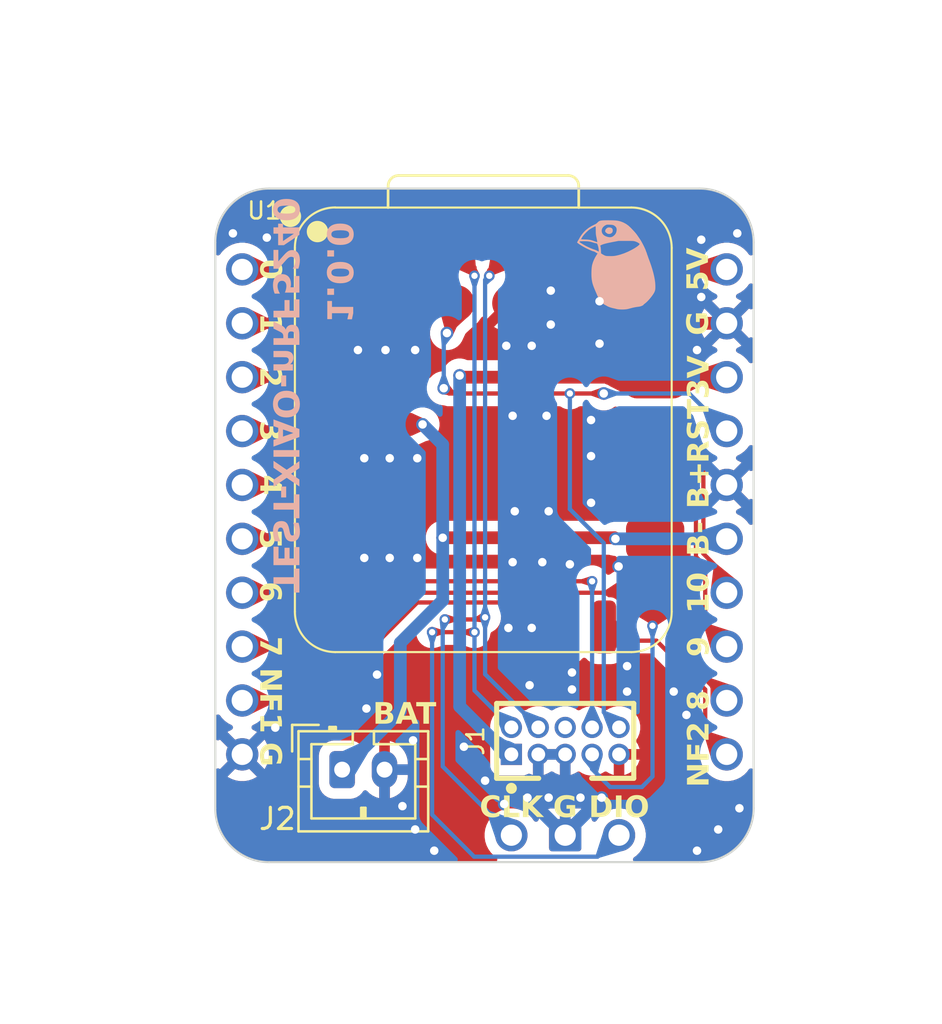
<source format=kicad_pcb>
(kicad_pcb (version 20241229) (generator "pcbnew") (generator_version "9.0")
  (title_block (title "TEST-XIAO-nRF5240") (rev "1.0.0"))
  (layers (0 "F.Cu" signal) (2 "B.Cu" signal) (13 "F.Paste" user) (15 "B.Paste" user) (5 "F.SilkS" user "F.Silkscreen") (7 "B.SilkS" user "B.Silkscreen") (1 "F.Mask" user) (3 "B.Mask" user) (25 "Edge.Cuts" user))
  (net 0 "")
  (net 1 "GND")
  (net 2 "/SWDIO")
  (net 3 "/SWCLK")
  (net 4 "/D4")
  (net 5 "/D3")
  (net 6 "/D0")
  (net 7 "/D2")
  (net 8 "/NFC1")
  (net 9 "/D6")
  (net 10 "/D5")
  (net 11 "/D1")
  (net 12 "/D7")
  (net 13 "/BAT+")
  (net 14 "/NFC2")
  (net 15 "+3V3")
  (net 16 "/D8")
  (net 17 "/D9")
  (net 18 "/D10")
  (net 19 "+5V")
  (net 21 "/RESET")
  (footprint "74th:PinOut_Pin_10" (layer "F.Cu") (at 66.04 38.1 -90)
    (property "Reference" "CH2" (hide yes))
    (property "Value" "Pin_10" (hide yes))
    (pad "1" thru_hole circle (at 0 0 270) (size 1.524 1.524) (drill 1) (layers "*.Cu" "*.Mask") (net 6 "/D0"))
    (pad "2" thru_hole circle (at 2.54 0 270) (size 1.524 1.524) (drill 1) (layers "*.Cu" "*.Mask") (net 11 "/D1"))
    (pad "3" thru_hole circle (at 5.08 0 270) (size 1.524 1.524) (drill 1) (layers "*.Cu" "*.Mask") (net 7 "/D2"))
    (pad "4" thru_hole circle (at 7.62 0 270) (size 1.524 1.524) (drill 1) (layers "*.Cu" "*.Mask") (net 5 "/D3"))
    (pad "5" thru_hole circle (at 10.16 0 270) (size 1.524 1.524) (drill 1) (layers "*.Cu" "*.Mask") (net 4 "/D4"))
    (pad "6" thru_hole circle (at 12.7 0 270) (size 1.524 1.524) (drill 1) (layers "*.Cu" "*.Mask") (net 10 "/D5"))
    (pad "7" thru_hole circle (at 15.24 0 180) (size 1.524 1.524) (drill 1) (layers "*.Cu" "*.Mask") (net 9 "/D6"))
    (pad "8" thru_hole circle (at 17.78 0 270) (size 1.524 1.524) (drill 1) (layers "*.Cu" "*.Mask") (net 12 "/D7"))
    (pad "9" thru_hole circle (at 20.32 0 270) (size 1.524 1.524) (drill 1) (layers "*.Cu" "*.Mask") (net 8 "/NFC1"))
    (pad "10" thru_hole circle (at 22.86 0 270) (size 1.524 1.524) (drill 1) (layers "*.Cu" "*.Mask") (net 1 "GND"))
  )
  (footprint "Seeed Studio XIAO:XIAO-nRF52840-SMD" (layer "F.Cu") (at 77.47 45.72)
    (property "Reference" "U1" (at -11.27 -9.92 0) (layer "F.SilkS") (effects (font (size 0.8 0.8) (thickness 0.12)) (justify left bottom)))
    (property "Value" "XIAO-nRF52840-SMD")
    (fp_line (start -8.945 8.513) (end -8.945 -8.632) (stroke (width 0.1)) (layer "F.SilkS"))
    (fp_line (start -7.04 10.418) (end 6.93 10.418) (stroke (width 0.1)) (layer "F.SilkS"))
    (fp_line (start -4.55 -10.537) (end -4.546272 -11.547272) (stroke (width 0.127)) (layer "F.SilkS"))
    (fp_line (start -4.046272 -12.047) (end 3.949 -12.047) (stroke (width 0.127)) (layer "F.SilkS"))
    (fp_line (start 4.449 -11.547) (end 4.449 -10.537) (stroke (width 0.127)) (layer "F.SilkS"))
    (fp_line (start 6.93 -10.537) (end -7.04 -10.537) (stroke (width 0.1)) (layer "F.SilkS"))
    (fp_line (start 8.835 8.513) (end 8.835 -8.632) (stroke (width 0.1)) (layer "F.SilkS"))
    (fp_arc (start -8.945 -8.636) (mid -8.387038 -9.983038) (end -7.04 -10.541) (stroke (width 0.1)) (layer "F.SilkS"))
    (fp_arc (start -7.04 10.418) (mid -8.387038 9.860038) (end -8.945 8.513) (stroke (width 0.1)) (layer "F.SilkS"))
    (fp_arc (start -4.546272 -11.547272) (mid -4.399724 -11.900644) (end -4.046272 -12.047) (stroke (width 0.127)) (layer "F.SilkS"))
    (fp_arc (start 3.949 -12.047) (mid 4.302524 -11.900524) (end 4.449 -11.547) (stroke (width 0.127)) (layer "F.SilkS"))
    (fp_arc (start 6.93 -10.537) (mid 8.277024 -9.979024) (end 8.835 -8.632) (stroke (width 0.1)) (layer "F.SilkS"))
    (fp_arc (start 8.835 8.513) (mid 8.277038 9.860038) (end 6.93 10.418) (stroke (width 0.1)) (layer "F.SilkS"))
    (fp_circle (center -9.155 -10.121) (end -9.155 -10.375) (stroke (width 0.5)) (fill yes) (layer "F.SilkS"))
    (fp_circle (center -7.881 -9.404) (end -7.881 -9.658) (stroke (width 0.5)) (fill yes) (layer "F.SilkS"))
    (pad "1" smd roundrect (at -8.11 -7.62) (size 2.75 2) (layers "F.Cu" "F.Mask" "F.Paste") (net 6 "/D0"))
    (pad "2" smd roundrect (at -8.11 -5.08) (size 2.75 2) (layers "F.Cu" "F.Mask" "F.Paste") (net 11 "/D1"))
    (pad "3" smd roundrect (at -8.11 -2.54) (size 2.75 2) (layers "F.Cu" "F.Mask" "F.Paste") (net 7 "/D2"))
    (pad "4" smd roundrect (at -8.11 0) (size 2.75 2) (layers "F.Cu" "F.Mask" "F.Paste") (net 5 "/D3"))
    (pad "5" smd roundrect (at -8.11 2.54) (size 2.75 2) (layers "F.Cu" "F.Mask" "F.Paste") (net 4 "/D4"))
    (pad "6" smd roundrect (at -8.11 5.08) (size 2.75 2) (layers "F.Cu" "F.Mask" "F.Paste") (net 10 "/D5"))
    (pad "7" smd roundrect (at -8.11 7.62) (size 2.75 2) (layers "F.Cu" "F.Mask" "F.Paste") (net 9 "/D6"))
    (pad "8" smd roundrect (at 8.055 7.62) (size 2.75 2) (layers "F.Cu" "F.Mask" "F.Paste") (net 12 "/D7"))
    (pad "9" smd roundrect (at 8.055 5.08) (size 2.75 2) (layers "F.Cu" "F.Mask" "F.Paste") (net 16 "/D8"))
    (pad "10" smd roundrect (at 8.055 2.54) (size 2.75 2) (layers "F.Cu" "F.Mask" "F.Paste") (net 17 "/D9"))
    (pad "11" smd roundrect (at 8.055 0) (size 2.75 2) (layers "F.Cu" "F.Mask" "F.Paste") (net 18 "/D10"))
    (pad "12" smd roundrect (at 8.055 -2.54) (size 2.75 2) (layers "F.Cu" "F.Mask" "F.Paste") (net 15 "+3V3"))
    (pad "13" smd roundrect (at 8.055 -5.08) (size 2.75 2) (layers "F.Cu" "F.Mask" "F.Paste") (net 1 "GND"))
    (pad "14" smd roundrect (at 8.055 -7.62) (size 2.75 2) (layers "F.Cu" "F.Mask" "F.Paste") (net 19 "+5V"))
    (pad "15" smd roundrect (at -4.5 -0.3135 180) (size 2.5 1.1) (layers "F.Cu" "F.Mask" "F.Paste") (net 13 "/BAT+"))
    (pad "16" smd roundrect (at -4.5 -2.2185 180) (size 2.5 1.1) (layers "F.Cu" "F.Mask" "F.Paste") (net 1 "GND"))
    (pad "17" smd roundrect (at 3.755 9.2369 270) (size 2.5 1.1) (layers "F.Cu" "F.Mask" "F.Paste") (net 8 "/NFC1"))
    (pad "18" smd roundrect (at 5.66 9.2369 270) (size 2.5 1.1) (layers "F.Cu" "F.Mask" "F.Paste") (net 14 "/NFC2"))
    (pad "19" smd circle (at -1.325 -8.5685) (size 1.7 1.7) (layers "F.Cu" "F.Mask" "F.Paste") (net 2 "/SWDIO"))
    (pad "20" smd circle (at 1.215 -8.5685) (size 1.7 1.7) (layers "F.Cu" "F.Mask" "F.Paste") (net 3 "/SWCLK"))
    (pad "21" smd circle (at -1.325 -6.0285) (size 1.7 1.7) (layers "F.Cu" "F.Mask" "F.Paste") (net 21 "/RESET"))
    (pad "22" smd circle (at 1.215 -6.0285) (size 1.7 1.7) (layers "F.Cu" "F.Mask" "F.Paste") (net 1 "GND"))
  )
  (footprint "74th:Connector_HalfPinHeader_SWD" (layer "F.Cu") (at 78.74 60.96 90)
    (property "Reference" "J1" (at 0.635 -1.695 90) (layer "F.SilkS") (effects (font (size 0.8 0.8) (thickness 0.12))))
    (property "Value" "SWD_10Pin_MCU-Side" (hide yes))
    (fp_line (start 2.4 -0.695) (end 2.4 5.775) (stroke (width 0.24)) (layer "F.SilkS"))
    (fp_line (start -1.13 -0.695) (end 2.4 -0.695) (stroke (width 0.24)) (layer "F.SilkS"))
    (fp_line (start -1.13 -0.695) (end -1.13 1.29) (stroke (width 0.24)) (layer "F.SilkS"))
    (fp_line (start -1.13 3.79) (end -1.13 5.775) (stroke (width 0.24)) (layer "F.SilkS"))
    (fp_line (start -1.13 5.775) (end 2.4 5.775) (stroke (width 0.24)) (layer "F.SilkS"))
    (fp_circle (center -1.6 0) (end -1.4 0) (stroke (width 0.12)) (fill yes) (layer "F.SilkS"))
    (pad "1" thru_hole rect (at 0 0 90) (size 1 1) (drill 0.65) (layers "*.Cu" "*.Mask") (net 15 "+3V3"))
    (pad "2" thru_hole oval (at 1.27 0 90) (size 1 1) (drill 0.65) (layers "*.Cu" "*.Mask") (net 2 "/SWDIO"))
    (pad "3" thru_hole oval (at 0 1.27 90) (size 1 1) (drill 0.65) (layers "*.Cu" "*.Mask") (net 1 "GND"))
    (pad "4" thru_hole oval (at 1.27 1.27 90) (size 1 1) (drill 0.65) (layers "*.Cu" "*.Mask") (net 3 "/SWCLK"))
    (pad "5" thru_hole oval (at 0 2.54 90) (size 1 1) (drill 0.65) (layers "*.Cu" "*.Mask") (net 1 "GND"))
    (pad "6" thru_hole oval (at 1.27 2.54 90) (size 1 1) (drill 0.65) (layers "*.Cu" "*.Mask"))
    (pad "7" thru_hole oval (at 0 3.81 90) (size 1 1) (drill 0.65) (layers "*.Cu" "*.Mask") (net 12 "/D7"))
    (pad "8" thru_hole oval (at 1.27 3.81 90) (size 1 1) (drill 0.65) (layers "*.Cu" "*.Mask") (net 9 "/D6"))
    (pad "9" thru_hole oval (at 0 5.08 90) (size 1 1) (drill 0.65) (layers "*.Cu" "*.Mask") (net 1 "GND"))
    (pad "10" thru_hole oval (at 1.27 5.08 90) (size 1 1) (drill 0.65) (layers "*.Cu" "*.Mask") (net 21 "/RESET"))
  )
  (footprint "74th:PinOut_Pin_3_2GND" (layer "F.Cu") (at 78.74 64.77)
    (property "Reference" "CH1" (hide yes))
    (property "Value" "SWD_3Pin" (hide yes))
    (pad "1" thru_hole circle (at 0 0) (size 1.524 1.524) (drill 1) (layers "*.Cu" "*.Mask") (net 3 "/SWCLK"))
    (pad "2" thru_hole roundrect (at 2.54 0) (size 1.524 1.524) (drill 1) (layers "*.Cu" "*.Mask") (roundrect_rratio 0.09842519685) (net 1 "GND"))
    (pad "3" thru_hole circle (at 5.08 0) (size 1.524 1.524) (drill 1) (layers "*.Cu" "*.Mask") (net 2 "/SWDIO"))
  )
  (footprint "74th:PinOut_Pin_10" (layer "F.Cu") (at 88.9 38.1 -90)
    (property "Reference" "CH3" (hide yes))
    (property "Value" "Pin_10" (hide yes))
    (pad "1" thru_hole circle (at 0 0 270) (size 1.524 1.524) (drill 1) (layers "*.Cu" "*.Mask") (net 19 "+5V"))
    (pad "2" thru_hole circle (at 2.54 0 270) (size 1.524 1.524) (drill 1) (layers "*.Cu" "*.Mask") (net 1 "GND"))
    (pad "3" thru_hole circle (at 5.08 0 270) (size 1.524 1.524) (drill 1) (layers "*.Cu" "*.Mask") (net 15 "+3V3"))
    (pad "4" thru_hole circle (at 7.62 0 270) (size 1.524 1.524) (drill 1) (layers "*.Cu" "*.Mask") (net 21 "/RESET"))
    (pad "5" thru_hole circle (at 10.16 0 270) (size 1.524 1.524) (drill 1) (layers "*.Cu" "*.Mask") (net 1 "GND"))
    (pad "6" thru_hole circle (at 12.7 0 270) (size 1.524 1.524) (drill 1) (layers "*.Cu" "*.Mask") (net 13 "/BAT+"))
    (pad "7" thru_hole circle (at 15.24 0 180) (size 1.524 1.524) (drill 1) (layers "*.Cu" "*.Mask") (net 18 "/D10"))
    (pad "8" thru_hole circle (at 17.78 0 270) (size 1.524 1.524) (drill 1) (layers "*.Cu" "*.Mask") (net 17 "/D9"))
    (pad "9" thru_hole circle (at 20.32 0 270) (size 1.524 1.524) (drill 1) (layers "*.Cu" "*.Mask") (net 16 "/D8"))
    (pad "10" thru_hole circle (at 22.86 0 270) (size 1.524 1.524) (drill 1) (layers "*.Cu" "*.Mask") (net 14 "/NFC2"))
  )
  (footprint "Connector_JST:JST_PH_B2B-PH-K_1x02_P2.00mm_Vertical" (layer "F.Cu") (at 70.755 61.68)
    (property "Reference" "J2" (at -3.055 2.32 0) (layer "F.SilkS"))
    (property "Value" "~")
    (fp_line (start -2.36 -2.11) (end -2.36 -0.86) (stroke (width 0.12)) (layer "F.SilkS"))
    (fp_line (start -2.06 -1.81) (end -2.06 2.91) (stroke (width 0.12)) (layer "F.SilkS"))
    (fp_line (start -2.06 -0.5) (end -1.45 -0.5) (stroke (width 0.12)) (layer "F.SilkS"))
    (fp_line (start -2.06 0.8) (end -1.45 0.8) (stroke (width 0.12)) (layer "F.SilkS"))
    (fp_line (start -2.06 2.91) (end 4.06 2.91) (stroke (width 0.12)) (layer "F.SilkS"))
    (fp_line (start -1.45 -1.2) (end -1.45 2.3) (stroke (width 0.12)) (layer "F.SilkS"))
    (fp_line (start -1.45 2.3) (end 3.45 2.3) (stroke (width 0.12)) (layer "F.SilkS"))
    (fp_line (start -1.11 -2.11) (end -2.36 -2.11) (stroke (width 0.12)) (layer "F.SilkS"))
    (fp_line (start -0.6 -2.01) (end -0.6 -1.81) (stroke (width 0.12)) (layer "F.SilkS"))
    (fp_line (start -0.3 -2.01) (end -0.6 -2.01) (stroke (width 0.12)) (layer "F.SilkS"))
    (fp_line (start -0.3 -1.91) (end -0.6 -1.91) (stroke (width 0.12)) (layer "F.SilkS"))
    (fp_line (start -0.3 -1.81) (end -0.3 -2.01) (stroke (width 0.12)) (layer "F.SilkS"))
    (fp_line (start 0.5 -1.81) (end 0.5 -1.2) (stroke (width 0.12)) (layer "F.SilkS"))
    (fp_line (start 0.5 -1.2) (end -1.45 -1.2) (stroke (width 0.12)) (layer "F.SilkS"))
    (fp_line (start 0.9 1.8) (end 1.1 1.8) (stroke (width 0.12)) (layer "F.SilkS"))
    (fp_line (start 0.9 2.3) (end 0.9 1.8) (stroke (width 0.12)) (layer "F.SilkS"))
    (fp_line (start 1 2.3) (end 1 1.8) (stroke (width 0.12)) (layer "F.SilkS"))
    (fp_line (start 1.1 1.8) (end 1.1 2.3) (stroke (width 0.12)) (layer "F.SilkS"))
    (fp_line (start 1.5 -1.2) (end 1.5 -1.81) (stroke (width 0.12)) (layer "F.SilkS"))
    (fp_line (start 3.45 -1.2) (end 1.5 -1.2) (stroke (width 0.12)) (layer "F.SilkS"))
    (fp_line (start 3.45 2.3) (end 3.45 -1.2) (stroke (width 0.12)) (layer "F.SilkS"))
    (fp_line (start 4.06 -1.81) (end -2.06 -1.81) (stroke (width 0.12)) (layer "F.SilkS"))
    (fp_line (start 4.06 -0.5) (end 3.45 -0.5) (stroke (width 0.12)) (layer "F.SilkS"))
    (fp_line (start 4.06 0.8) (end 3.45 0.8) (stroke (width 0.12)) (layer "F.SilkS"))
    (fp_line (start 4.06 2.91) (end 4.06 -1.81) (stroke (width 0.12)) (layer "F.SilkS"))
    (pad "1" thru_hole roundrect (at 0 0) (size 1.2 1.75) (drill 0.75) (layers "*.Cu" "*.Mask") (roundrect_rratio 0.208333) (net 13 "/BAT+"))
    (pad "2" thru_hole oval (at 2 0) (size 1.2 1.75) (drill 0.75) (layers "*.Cu" "*.Mask") (net 1 "GND"))
  )
  (footprint "74th:Logo_74th_5mm" (layer "B.Cu") (at 83.82 38.1 180)
    (property "Reference" "MISC-ICON" (hide yes))
    (property "Value" "LOGO" (hide yes))
    (fp_poly (pts (xy 0.49911 1.977005) (xy 0.52619 1.971811) (xy 0.550101 1.960394) (xy 0.567258 1.948962) (xy 0.609714 1.913867) (xy 0.636212 1.878222) (xy 0.649891 1.837353) (xy 0.652029 1.822803) (xy 0.653972 1.796481) (xy 0.650422 1.778097) (xy 0.63834 1.760632) (xy 0.615095 1.737453) (xy 0.585928 1.712686) (xy 0.556346 1.692187) (xy 0.540838 1.683997) (xy 0.490541 1.67188) (xy 0.436335 1.673253) (xy 0.386727 1.687667) (xy 0.377033 1.69268) (xy 0.334461 1.724102) (xy 0.308549 1.761965) (xy 0.296534 1.810564) (xy 0.295755 1.819115) (xy 0.299127 1.875113) (xy 0.318091 1.919594) (xy 0.352053 1.951986) (xy 0.400418 1.971714) (xy 0.460717 1.978211)) (fill yes) (layer "B.SilkS"))
    (fp_poly (pts (xy 0.649442 2.315535) (xy 0.729812 2.313458) (xy 0.795479 2.309386) (xy 0.84885 2.302763) (xy 0.892332 2.293032) (xy 0.928333 2.279639) (xy 0.959262 2.262025) (xy 0.987524 2.239636) (xy 1.015529 2.211915) (xy 1.018894 2.208303) (xy 1.049811 2.17753) (xy 1.080856 2.153623) (xy 1.118584 2.132145) (xy 1.159781 2.112935) (xy 1.303854 2.040699) (xy 1.43836 1.955894) (xy 1.559736 1.86088) (xy 1.610284 1.814294) (xy 1.666995 1.754955) (xy 1.723999 1.687877) (xy 1.777228 1.618321) (xy 1.822615 1.551548) (xy 1.850744 1.503291) (xy 1.875717 1.457173) (xy 1.902309 1.410196) (xy 1.926331 1.369686) (xy 1.936 1.354251) (xy 1.953726 1.324762) (xy 1.965312 1.30154) (xy 1.968376 1.289388) (xy 1.968255 1.289143) (xy 1.971081 1.279593) (xy 1.975766 1.277057) (xy 1.982166 1.274461) (xy 1.983708 1.270872) (xy 1.978079 1.263957) (xy 1.962966 1.251384) (xy 1.936056 1.230818) (xy 1.911899 1.212627) (xy 1.854593 1.172471) (xy 1.782259 1.12666) (xy 1.697916 1.077023) (xy 1.604583 1.025393) (xy 1.592384 1.018863) (xy 1.557843 1.001158) (xy 1.51428 0.979887) (xy 1.465228 0.956656) (xy 1.414217 0.933069) (xy 1.364781 0.910731) (xy 1.320452 0.891247) (xy 1.28476 0.876222) (xy 1.261239 0.867261) (xy 1.2549 0.865517) (xy 1.2383 0.859756) (xy 1.235135 0.857392) (xy 1.221841 0.854859) (xy 1.215314 0.856526) (xy 1.203354 0.855716) (xy 1.201615 0.851275) (xy 1.194496 0.845005) (xy 1.186961 0.846391) (xy 1.174429 0.845694) (xy 1.172307 0.840623) (xy 1.166604 0.83365) (xy 1.163002 0.834983) (xy 1.150776 0.832684) (xy 1.128988 0.820722) (xy 1.110224 0.80755) (xy 1.081014 0.787569) (xy 1.053695 0.772643) (xy 1.041375 0.767997) (xy 1.02265 0.760638) (xy 1.016 0.753494) (xy 1.021096 0.742238) (xy 1.034735 0.718972) (xy 1.054444 0.687822) (xy 1.064954 0.671849) (xy 1.12825 0.56704) (xy 1.18417 0.455062) (xy 1.230323 0.341445) (xy 1.264319 0.231719) (xy 1.274597 0.187144) (xy 1.286077 0.115195) (xy 1.294738 0.028881) (xy 1.300463 -0.06681) (xy 1.303138 -0.166891) (xy 1.302648 -0.266377) (xy 1.298877 -0.360281) (xy 1.291711 -0.443616) (xy 1.289551 -0.460911) (xy 1.280044 -0.525393) (xy 1.269021 -0.585324) (xy 1.255537 -0.643647) (xy 1.238649 -0.703308) (xy 1.217413 -0.767251) (xy 1.190885 -0.83842) (xy 1.15812 -0.919762) (xy 1.118176 -1.01422) (xy 1.095039 -1.067695) (xy 1.071114 -1.122922) (xy 1.050098 -1.171888) (xy 1.03316 -1.211837) (xy 1.021466 -1.240008) (xy 1.016185 -1.253643) (xy 1.016 -1.254415) (xy 1.010812 -1.264384) (xy 0.997077 -1.286257) (xy 0.977533 -1.315992) (xy 0.954918 -1.349546) (xy 0.931973 -1.382875) (xy 0.911435 -1.411937) (xy 0.896044 -1.432688) (xy 0.891281 -1.438519) (xy 0.881868 -1.451535) (xy 0.882051 -1.455615) (xy 0.878639 -1.461806) (xy 0.864169 -1.478105) (xy 0.841688 -1.501099) (xy 0.839604 -1.503156) (xy 0.815535 -1.527753) (xy 0.798232 -1.547164) (xy 0.791317 -1.557316) (xy 0.791307 -1.557459) (xy 0.785693 -1.568334) (xy 0.771312 -1.588834) (xy 0.759557 -1.604071) (xy 0.717614 -1.642893) (xy 0.669192 -1.670457) (xy 0.628487 -1.690374) (xy 0.586336 -1.713284) (xy 0.562819 -1.727373) (xy 0.521529 -1.749255) (xy 0.466174 -1.772325) (xy 0.401991 -1.794762) (xy 0.334221 -1.814746) (xy 0.268103 -1.830455) (xy 0.263769 -1.831328) (xy 0.214551 -1.841899) (xy 0.160508 -1.85468) (xy 0.120622 -1.864964) (xy 0.055886 -1.877973) (xy -0.02415 -1.886395) (xy -0.115749 -1.890024) (xy -0.215168 -1.888652) (xy -0.26377 -1.886207) (xy -0.321222 -1.881331) (xy -0.375834 -1.873473) (xy -0.434052 -1.861442) (xy -0.502322 -1.844047) (xy -0.523893 -1.838114) (xy -0.63872 -1.808122) (xy -0.742646 -1.785447) (xy -0.8423 -1.768779) (xy -0.924981 -1.758724) (xy -0.990158 -1.748055) (xy -1.051214 -1.728505) (xy -1.081289 -1.7156) (xy -1.114421 -1.700035) (xy -1.138241 -1.688) (xy -1.149249 -1.681303) (xy -1.149131 -1.680514) (xy -1.146076 -1.6751) (xy -1.158529 -1.659984) (xy -1.185575 -1.636044) (xy -1.226296 -1.604159) (xy -1.237582 -1.595733) (xy -1.289495 -1.552568) (xy -1.34796 -1.496067) (xy -1.409909 -1.429899) (xy -1.472272 -1.357735) (xy -1.531981 -1.283243) (xy -1.585967 -1.210095) (xy -1.631161 -1.141958) (xy -1.661115 -1.089269) (xy -1.680524 -1.04823) (xy -1.694985 -1.009292) (xy -1.705078 -0.968658) (xy -1.711382 -0.922532) (xy -1.714475 -0.867119) (xy -1.714938 -0.798622) (xy -1.714042 -0.742461) (xy -1.706149 -0.619284) (xy -1.687758 -0.48164) (xy -1.659296 -0.331261) (xy -1.621192 -0.169879) (xy -1.573872 0.000774) (xy -1.517766 0.178967) (xy -1.453299 0.362969) (xy -1.417571 0.457889) (xy -1.396575 0.513388) (xy -1.378636 0.562705) (xy -1.364747 0.602943) (xy -1.355905 0.631205) (xy -1.353106 0.644593) (xy -1.353251 0.645112) (xy -1.350838 0.654769) (xy -1.347781 0.656291) (xy -1.338992 0.667586) (xy -1.335872 0.681549) (xy -1.331773 0.698661) (xy -1.326843 0.703385) (xy -1.32326 0.710628) (xy -1.325083 0.718039) (xy -1.324796 0.730593) (xy -1.320198 0.732693) (xy -1.313928 0.739811) (xy -1.315314 0.747347) (xy -1.315027 0.759901) (xy -1.310429 0.762) (xy -1.304159 0.769119) (xy -1.305545 0.776654) (xy -1.305257 0.789208) (xy -1.30066 0.791308) (xy -1.29439 0.798427) (xy -1.295775 0.805962) (xy -1.295079 0.818494) (xy -1.290008 0.820616) (xy -1.283203 0.826539) (xy -1.284654 0.830385) (xy -1.284816 0.839428) (xy -1.281974 0.840154) (xy -1.274089 0.848011) (xy -1.273257 0.85382) (xy -1.268637 0.875951) (xy -1.255689 0.912285) (xy -1.235782 0.960062) (xy -1.210287 1.016523) (xy -1.180573 1.078909) (xy -1.148009 1.14446) (xy -1.124391 1.190217) (xy -0.968709 1.190217) (xy -0.954294 1.165904) (xy -0.924511 1.13516) (xy -0.88053 1.098898) (xy -0.82352 1.058032) (xy -0.754652 1.013476) (xy -0.675094 0.966143) (xy -0.615462 0.932825) (xy -0.430996 0.839705) (xy -0.248236 0.762241) (xy -0.069449 0.701341) (xy 0.033493 0.673488) (xy 0.104307 0.656864) (xy 0.16379 0.644697) (xy 0.217499 0.636387) (xy 0.270991 0.631333) (xy 0.329822 0.628935) (xy 0.39955 0.628591) (xy 0.4445 0.629059) (xy 0.50748 0.63018) (xy 0.554702 0.631846) (xy 0.589948 0.634477) (xy 0.616998 0.638491) (xy 0.639634 0.644309) (xy 0.661634 0.65235) (xy 0.664307 0.653441) (xy 0.700826 0.670326) (xy 0.744025 0.692964) (xy 0.782776 0.715394) (xy 0.847514 0.75524) (xy 0.850719 0.838786) (xy 0.957384 0.838786) (xy 1.028211 0.877323) (xy 1.074327 0.899899) (xy 1.1265 0.921701) (xy 1.172307 0.937645) (xy 1.220279 0.95381) (xy 1.280568 0.976999) (xy 1.348234 1.005079) (xy 1.418334 1.035915) (xy 1.485926 1.067376) (xy 1.546068 1.097328) (xy 1.563077 1.106322) (xy 1.615757 1.135358) (xy 1.669582 1.166198) (xy 1.721851 1.197166) (xy 1.769865 1.226584) (xy 1.810924 1.252776) (xy 1.842326 1.274063) (xy 1.861371 1.288768) (xy 1.865923 1.294448) (xy 1.863875 1.306069) (xy 1.856134 1.31476) (xy 1.840303 1.320929) (xy 1.813986 1.324986) (xy 1.774786 1.327342) (xy 1.720307 1.328406) (xy 1.666142 1.328602) (xy 1.572153 1.327377) (xy 1.492524 1.323267) (xy 1.422203 1.315599) (xy 1.356136 1.303697) (xy 1.289272 1.286888) (xy 1.238235 1.271508) (xy 1.193167 1.25792) (xy 1.149614 1.246039) (xy 1.114579 1.23773) (xy 1.103923 1.235727) (xy 1.07335 1.229543) (xy 1.049146 1.222473) (xy 1.043695 1.22012) (xy 1.030334 1.204594) (xy 1.015648 1.173587) (xy 1.000676 1.131011) (xy 0.986457 1.08078) (xy 0.97403 1.026808) (xy 0.964434 0.973008) (xy 0.958708 0.923293) (xy 0.957554 0.895643) (xy 0.957384 0.838786) (xy 0.850719 0.838786) (xy 0.852609 0.888063) (xy 0.855625 0.942429) (xy 0.860173 0.994726) (xy 0.865657 1.039311) (xy 0.871483 1.070539) (xy 0.872033 1.072605) (xy 0.886361 1.124325) (xy 0.857044 1.139485) (xy 0.813513 1.160041) (xy 0.763737 1.179588) (xy 0.705735 1.198657) (xy 0.637524 1.21778) (xy 0.557122 1.237486) (xy 0.462547 1.258309) (xy 0.351817 1.280779) (xy 0.273538 1.295893) (xy 0.238573 1.302539) (xy 1.025769 1.302539) (xy 1.027884 1.294408) (xy 1.035898 1.291031) (xy 1.052316 1.292935) (xy 1.079641 1.300645) (xy 1.120379 1.314688) (xy 1.169192 1.332657) (xy 1.239632 1.357839) (xy 1.301661 1.376986) (xy 1.3604 1.391039) (xy 1.420973 1.400939) (xy 1.4885 1.407627) (xy 1.568104 1.412044) (xy 1.60948 1.41355) (xy 1.666055 1.415576) (xy 1.71523 1.417717) (xy 1.753946 1.419807) (xy 1.779141 1.421682) (xy 1.787769 1.423134) (xy 1.782668 1.437986) (xy 1.769102 1.464495) (xy 1.749676 1.498218) (xy 1.726995 1.53471) (xy 1.703664 1.569528) (xy 1.694274 1.582616) (xy 1.659716 1.625782) (xy 1.615501 1.675422) (xy 1.565434 1.727768) (xy 1.513316 1.77905) (xy 1.462949 1.825499) (xy 1.418138 1.863346) (xy 1.390195 1.884) (xy 1.356265 1.905539) (xy 1.314792 1.930075) (xy 1.269416 1.955667) (xy 1.223776 1.980372) (xy 1.181512 2.002248) (xy 1.146264 2.019353) (xy 1.121672 2.029745) (xy 1.112848 2.031986) (xy 1.107944 2.028959) (xy 1.104267 2.018335) (xy 1.101636 1.997786) (xy 1.099868 1.964981) (xy 1.098782 1.91759) (xy 1.098195 1.853285) (xy 1.098148 1.843928) (xy 1.097614 1.776116) (xy 1.096372 1.722504) (xy 1.093878 1.677759) (xy 1.089586 1.636543) (xy 1.08295 1.59352) (xy 1.073424 1.543354) (xy 1.061513 1.485712) (xy 1.049945 1.429935) (xy 1.039938 1.38034) (xy 1.032143 1.340274) (xy 1.027216 1.313082) (xy 1.025769 1.302539) (xy 0.238573 1.302539) (xy 0.024423 1.343244) (xy -0.32727 1.343257) (xy -0.419837 1.343219) (xy -0.495203 1.343013) (xy -0.555706 1.342514) (xy -0.603683 1.341597) (xy -0.641472 1.340136) (xy -0.67141 1.338005) (xy -0.695836 1.335079) (xy -0.717085 1.331232) (xy -0.737497 1.326339) (xy -0.759409 1.320274) (xy -0.760379 1.319997) (xy -0.810451 1.302417) (xy -0.861916 1.278843) (xy -0.909375 1.25223) (xy -0.947429 1.225532) (xy -0.966587 1.207184) (xy -0.968709 1.190217) (xy -1.124391 1.190217) (xy -1.113965 1.210417) (xy -1.079809 1.27402) (xy -1.046913 1.332511) (xy -1.016644 1.383128) (xy -0.991561 1.421423) (xy -0.969685 1.453018) (xy -0.940769 1.495245) (xy -0.908639 1.542499) (xy -0.878252 1.587489) (xy -0.847879 1.631004) (xy -0.815001 1.674542) (xy -0.77766 1.720361) (xy -0.733897 1.770719) (xy -0.681751 1.827873) (xy -0.622383 1.890775) (xy 0.111565 1.890775) (xy 0.115268 1.825465) (xy 0.117275 1.811913) (xy 0.136919 1.735172) (xy 0.170436 1.670022) (xy 0.219891 1.612487) (xy 0.22188 1.610615) (xy 0.279685 1.563384) (xy 0.336158 1.532909) (xy 0.395251 1.518236) (xy 0.460918 1.518411) (xy 0.53711 1.532482) (xy 0.541357 1.533556) (xy 0.628837 1.563013) (xy 0.70023 1.602386) (xy 0.755163 1.651376) (xy 0.793261 1.709682) (xy 0.807232 1.746734) (xy 0.818234 1.816865) (xy 0.810574 1.884346) (xy 0.785103 1.947558) (xy 0.742671 2.004877) (xy 0.684127 2.054685) (xy 0.628929 2.086739) (xy 0.606996 2.096991) (xy 0.587673 2.103932) (xy 0.566645 2.108063) (xy 0.539596 2.109881) (xy 0.502213 2.109886) (xy 0.450181 2.108576) (xy 0.44213 2.108335) (xy 0.372893 2.105037) (xy 0.318954 2.099028) (xy 0.276129 2.089079) (xy 0.240234 2.073962) (xy 0.207085 2.052447) (xy 0.182177 2.03196) (xy 0.14398 1.990495) (xy 0.120789 1.944609) (xy 0.111565 1.890775) (xy -0.622383 1.890775) (xy -0.619263 1.894081) (xy -0.548473 1.967487) (xy -0.443528 2.064259) (xy -0.332728 2.143721) (xy -0.212862 2.207923) (xy -0.103758 2.251236) (xy -0.054075 2.267323) (xy -0.005726 2.280619) (xy 0.043774 2.291367) (xy 0.096909 2.299816) (xy 0.156164 2.30621) (xy 0.224023 2.310795) (xy 0.302971 2.313819) (xy 0.395493 2.315526) (xy 0.504073 2.316163) (xy 0.551961 2.316174)) (fill yes) (layer "B.SilkS"))
  )
  (gr_line (start 87.63 66.04) (end 67.31 66.04) (stroke (width 0.1)) (layer "Edge.Cuts"))
  (gr_arc (start 67.31 66.04) (mid 65.513949 65.296051) (end 64.77 63.5) (stroke (width 0.1)) (layer "Edge.Cuts"))
  (gr_line (start 64.77 63.5) (end 64.77 36.83) (stroke (width 0.1)) (layer "Edge.Cuts"))
  (gr_arc (start 64.77 36.83) (mid 65.513949 35.033949) (end 67.31 34.29) (stroke (width 0.1)) (layer "Edge.Cuts"))
  (gr_line (start 67.31 34.29) (end 87.63 34.29) (stroke (width 0.1)) (layer "Edge.Cuts"))
  (gr_arc (start 90.17 63.5) (mid 89.426051 65.296051) (end 87.63 66.04) (stroke (width 0.1)) (layer "Edge.Cuts"))
  (gr_line (start 90.17 36.83) (end 90.17 63.5) (stroke (width 0.1)) (layer "Edge.Cuts"))
  (gr_arc (start 87.63 34.29) (mid 89.426051 35.033949) (end 90.17 36.83) (stroke (width 0.1)) (layer "Edge.Cuts"))
  (gr_text "G" (at 87.6 40.64 90) (layer "F.SilkS") (effects (font (size 1 1))))
  (gr_text "G" (at 67.31 60.96 270) (layer "F.SilkS") (effects (font (size 1 1))))
  (gr_text "B-" (at 87.63 50.8 90) (layer "F.SilkS") (effects (font (size 1 1))))
  (gr_text "2" (at 67.31 43.18 270) (layer "F.SilkS") (effects (font (size 1 1))))
  (gr_text "DIO" (at 83.82 63.5 0) (layer "F.SilkS") (effects (font (size 1 1))))
  (gr_text "BAT" (at 73.7 59.1 0) (layer "F.SilkS") (effects (font (size 1 1))))
  (gr_text "B+" (at 87.63 48.26 90) (layer "F.SilkS") (effects (font (size 1 1))))
  (gr_text "RST" (at 87.63 45.72 90) (layer "F.SilkS") (effects (font (size 1 1))))
  (gr_text "8" (at 87.63 58.42 90) (layer "F.SilkS") (effects (font (size 1 1))))
  (gr_text "0" (at 67.31 38.1 270) (layer "F.SilkS") (effects (font (size 1 1))))
  (gr_text "3V" (at 87.63 43.18 90) (layer "F.SilkS") (effects (font (size 1 1))))
  (gr_text "10" (at 87.63 53.34 90) (layer "F.SilkS") (effects (font (size 1 1))))
  (gr_text "NF1" (at 67.31 58.42 270) (layer "F.SilkS") (effects (font (size 1 1))))
  (gr_text "9" (at 87.63 55.88 90) (layer "F.SilkS") (effects (font (size 1 1))))
  (gr_text "7" (at 67.31 55.88 270) (layer "F.SilkS") (effects (font (size 1 1))))
  (gr_text "5V" (at 87.6 38.1 90) (layer "F.SilkS") (effects (font (size 1 1))))
  (gr_text "4" (at 67.31 48.26 270) (layer "F.SilkS") (effects (font (size 1 1))))
  (gr_text "NF2" (at 87.63 60.96 90) (layer "F.SilkS") (effects (font (size 1 1))))
  (gr_text "6" (at 67.3 53.3 270) (layer "F.SilkS") (effects (font (size 1 1))))
  (gr_text "1" (at 67.31 40.64 270) (layer "F.SilkS") (effects (font (size 1 1))))
  (gr_text "G" (at 81.28 63.5 0) (layer "F.SilkS") (effects (font (size 1 1))))
  (gr_text "3" (at 67.31 45.72 270) (layer "F.SilkS") (effects (font (size 1 1))))
  (gr_text "5" (at 67.3 50.8 270) (layer "F.SilkS") (effects (font (size 1 1))))
  (gr_text "CLK" (at 78.74 63.5 0) (layer "F.SilkS") (effects (font (size 1 1))))
  (gr_text "TEST-XIAO-nRF5240" (at 67.31 53.34 270) (layer "B.SilkS") (effects (font (size 1.2 1.2) (thickness 0.12)) (justify left bottom mirror)))
  (gr_text "${REVISION}" (at 69.85 40.64 270) (layer "B.SilkS") (effects (font (size 1.2 1.2) (thickness 0.12)) (justify left bottom mirror)))
  (segment (start 85.38 40.64) (end 83.94 40.64) (width 0.6) (layer "F.Cu") (net 1))
  (segment (start 83.86 40.64) (end 82.9 41.6) (width 0.6) (layer "F.Cu") (net 1))
  (segment (start 83.94 40.64) (end 82.9 39.6) (width 0.6) (layer "F.Cu") (net 1))
  (segment (start 85.38 40.64) (end 83.86 40.64) (width 0.6) (layer "F.Cu") (net 1))
  (segment (start 85.525 40.64) (end 88.9 40.64) (width 0.6) (layer "F.Cu") (net 1))
  (via (at 74.2 64.5) (size 0.6) (drill 0.4) (layers "F.Cu" "B.Cu") (net 1))
  (via (at 67.2 36.6) (size 0.6) (drill 0.4) (layers "F.Cu" "B.Cu") (net 1))
  (via (at 78.9 49.5) (size 0.6) (drill 0.4) (layers "F.Cu" "B.Cu") (net 1))
  (via (at 89.5 63.5) (size 0.6) (drill 0.4) (layers "F.Cu" "B.Cu") (net 1))
  (via (at 88.5 64.5) (size 0.6) (drill 0.4) (layers "F.Cu" "B.Cu") (net 1))
  (via (at 73.6 63.4) (size 0.6) (drill 0.4) (layers "F.Cu" "B.Cu") (net 1))
  (via (at 73 47) (size 0.6) (drill 0.4) (layers "F.Cu" "B.Cu") (net 1))
  (via (at 73 51.7) (size 0.6) (drill 0.4) (layers "F.Cu" "B.Cu") (net 1))
  (via (at 77.5 62.2) (size 0.6) (drill 0.4) (layers "F.Cu" "B.Cu") (net 1))
  (via (at 65.6 36.4) (size 0.6) (drill 0.4) (layers "F.Cu" "B.Cu") (net 1))
  (via (at 76.5 60.6) (size 0.6) (drill 0.4) (layers "F.Cu" "B.Cu") (net 1))
  (via (at 78.4 63.3) (size 0.6) (drill 0.4) (layers "F.Cu" "B.Cu") (net 1))
  (via (at 71.8 51.7) (size 0.6) (drill 0.4) (layers "F.Cu" "B.Cu") (net 1))
  (via (at 83 63) (size 0.6) (drill 0.4) (layers "F.Cu" "B.Cu") (net 1))
  (via (at 82.5 46.9) (size 0.6) (drill 0.4) (layers "F.Cu" "B.Cu") (net 1))
  (via (at 82 63) (size 0.6) (drill 0.4) (layers "F.Cu" "B.Cu") (net 1))
  (via (at 82.9 39.6) (size 0.6) (drill 0.4) (layers "F.Cu" "B.Cu") (net 1))
  (via (at 81.5 52) (size 0.6) (drill 0.4) (layers "F.Cu" "B.Cu") (net 1))
  (via (at 79.5 63) (size 0.6) (drill 0.4) (layers "F.Cu" "B.Cu") (net 1))
  (via (at 80.6 39.1) (size 0.6) (drill 0.4) (layers "F.Cu" "B.Cu") (net 1))
  (via (at 87.7 39.4) (size 0.6) (drill 0.4) (layers "F.Cu" "B.Cu") (net 1))
  (via (at 75.1 65.5) (size 0.6) (drill 0.4) (layers "F.Cu" "B.Cu") (net 1))
  (via (at 87.5 65.5) (size 0.6) (drill 0.4) (layers "F.Cu" "B.Cu") (net 1))
  (via (at 78.8 51.9) (size 0.6) (drill 0.4) (layers "F.Cu" "B.Cu") (net 1))
  (via (at 74.1 60.3) (size 0.6) (drill 0.4) (layers "F.Cu" "B.Cu") (net 1))
  (via (at 81.6 57.1) (size 0.6) (drill 0.4) (layers "F.Cu" "B.Cu") (net 1))
  (via (at 72.4 57.2) (size 0.6) (drill 0.4) (layers "F.Cu" "B.Cu") (net 1))
  (via (at 71.9 58.8) (size 0.6) (drill 0.4) (layers "F.Cu" "B.Cu") (net 1))
  (via (at 82.9 41.6) (size 0.6) (drill 0.4) (layers "F.Cu" "B.Cu") (net 1))
  (via (at 87.5 41.9) (size 0.6) (drill 0.4) (layers "F.Cu" "B.Cu") (net 1))
  (via (at 82.5 45.2) (size 0.6) (drill 0.4) (layers "F.Cu" "B.Cu") (net 1))
  (via (at 84.2 58) (size 0.6) (drill 0.4) (layers "F.Cu" "B.Cu") (net 1))
  (via (at 87.7 36.7) (size 0.6) (drill 0.4) (layers "F.Cu" "B.Cu") (net 1))
  (via (at 79.7 41.7) (size 0.6) (drill 0.4) (layers "F.Cu" "B.Cu") (net 1))
  (via (at 80.5 63) (size 0.6) (drill 0.4) (layers "F.Cu" "B.Cu") (net 1))
  (via (at 71.5 41.9) (size 0.6) (drill 0.4) (layers "F.Cu" "B.Cu") (net 1))
  (via (at 78.8 45) (size 0.6) (drill 0.4) (layers "F.Cu" "B.Cu") (net 1))
  (via (at 82.5 49.1) (size 0.6) (drill 0.4) (layers "F.Cu" "B.Cu") (net 1))
  (via (at 80.6 40.7) (size 0.6) (drill 0.4) (layers "F.Cu" "B.Cu") (net 1))
  (via (at 72.8 41.9) (size 0.6) (drill 0.4) (layers "F.Cu" "B.Cu") (net 1))
  (via (at 79.6 57.7) (size 0.6) (drill 0.4) (layers "F.Cu" "B.Cu") (net 1))
  (via (at 81.6 57.9) (size 0.6) (drill 0.4) (layers "F.Cu" "B.Cu") (net 1))
  (via (at 71.8 47) (size 0.6) (drill 0.4) (layers "F.Cu" "B.Cu") (net 1))
  (via (at 89.4 36.4) (size 0.6) (drill 0.4) (layers "F.Cu" "B.Cu") (net 1))
  (via (at 86.4 58) (size 0.6) (drill 0.4) (layers "F.Cu" "B.Cu") (net 1))
  (via (at 87 59.1) (size 0.6) (drill 0.4) (layers "F.Cu" "B.Cu") (net 1))
  (via (at 80.5 49.5) (size 0.6) (drill 0.4) (layers "F.Cu" "B.Cu") (net 1))
  (via (at 74.2 41.9) (size 0.6) (drill 0.4) (layers "F.Cu" "B.Cu") (net 1))
  (via (at 84.2 56.8) (size 0.6) (drill 0.4) (layers "F.Cu" "B.Cu") (net 1))
  (via (at 80.4 45) (size 0.6) (drill 0.4) (layers "F.Cu" "B.Cu") (net 1))
  (via (at 67.6 59.7) (size 0.6) (drill 0.4) (layers "F.Cu" "B.Cu") (net 1))
  (via (at 78.5 41.7) (size 0.6) (drill 0.4) (layers "F.Cu" "B.Cu") (net 1))
  (via (at 78.6 55) (size 0.6) (drill 0.4) (layers "F.Cu" "B.Cu") (net 1))
  (via (at 83.8 52.1) (size 0.6) (drill 0.4) (layers "F.Cu" "B.Cu") (net 1))
  (via (at 80.2 51.9) (size 0.6) (drill 0.4) (layers "F.Cu" "B.Cu") (net 1))
  (via (at 74.3 47) (size 0.6) (drill 0.4) (layers "F.Cu" "B.Cu") (net 1))
  (via (at 74.3 51.7) (size 0.6) (drill 0.4) (layers "F.Cu" "B.Cu") (net 1))
  (via (at 79.7 55) (size 0.6) (drill 0.4) (layers "F.Cu" "B.Cu") (net 1))
  (segment (start 81.28 64.72) (end 83 63) (width 0.6) (layer "B.Cu") (net 1))
  (segment (start 81.28 64.77) (end 81.28 64.72) (width 0.6) (layer "B.Cu") (net 1))
  (segment (start 81.27 64.77) (end 79.5 63) (width 0.6) (layer "B.Cu") (net 1))
  (segment (start 81.28 64.77) (end 81.27 64.77) (width 0.6) (layer "B.Cu") (net 1))
  (segment (start 77 38.0065) (end 76.145 37.1515) (width 0.2) (layer "F.Cu") (net 2))
  (segment (start 77 38.4) (end 77 38.0065) (width 0.2) (layer "F.Cu") (net 2))
  (segment (start 75 55.2) (end 77 55.2) (width 0.2) (layer "F.Cu") (net 2))
  (via (at 75 55.2) (size 0.5) (drill 0.3) (layers "F.Cu" "B.Cu") (net 2))
  (via (at 77 38.4) (size 0.5) (drill 0.3) (layers "F.Cu" "B.Cu") (net 2))
  (via (at 77 55.2) (size 0.5) (drill 0.3) (layers "F.Cu" "B.Cu") (net 2))
  (segment (start 76.983 65.783) (end 82.807 65.783) (width 0.2) (layer "B.Cu") (net 2))
  (segment (start 82.807 65.783) (end 83.82 64.77) (width 0.2) (layer "B.Cu") (net 2))
  (segment (start 75 63.8) (end 76.983 65.783) (width 0.2) (layer "B.Cu") (net 2))
  (segment (start 75 55.2) (end 75 63.8) (width 0.2) (layer "B.Cu") (net 2))
  (segment (start 77 57.95) (end 78.74 59.69) (width 0.2) (layer "B.Cu") (net 2))
  (segment (start 77 38.4) (end 77 57.95) (width 0.2) (layer "B.Cu") (net 2))
  (segment (start 77.7 38.1365) (end 78.685 37.1515) (width 0.2) (layer "F.Cu") (net 3))
  (segment (start 77.4 54.6) (end 77.5 54.5) (width 0.2) (layer "F.Cu") (net 3))
  (segment (start 77.7 38.4) (end 77.7 38.1365) (width 0.2) (layer "F.Cu") (net 3))
  (segment (start 75.6 54.6) (end 77.4 54.6) (width 0.2) (layer "F.Cu") (net 3))
  (via (at 75.6 54.6) (size 0.5) (drill 0.3) (layers "F.Cu" "B.Cu") (net 3))
  (via (at 77.5 54.5) (size 0.5) (drill 0.3) (layers "F.Cu" "B.Cu") (net 3))
  (via (at 77.7 38.4) (size 0.5) (drill 0.3) (layers "F.Cu" "B.Cu") (net 3))
  (segment (start 75.6 54.6) (end 75.5 54.7) (width 0.2) (layer "B.Cu") (net 3))
  (segment (start 75.5 54.7) (end 75.5 61.53) (width 0.2) (layer "B.Cu") (net 3))
  (segment (start 77.5 57.18) (end 80.01 59.69) (width 0.2) (layer "B.Cu") (net 3))
  (segment (start 75.5 61.53) (end 78.74 64.77) (width 0.2) (layer "B.Cu") (net 3))
  (segment (start 77.5 54.5) (end 77.5 57.18) (width 0.2) (layer "B.Cu") (net 3))
  (segment (start 77.5 54.5) (end 77.5 38.6) (width 0.2) (layer "B.Cu") (net 3))
  (segment (start 77.5 38.6) (end 77.7 38.4) (width 0.2) (layer "B.Cu") (net 3))
  (segment (start 69.36 48.26) (end 66.04 48.26) (width 0.2) (layer "F.Cu") (net 4))
  (segment (start 69.36 45.72) (end 66.04 45.72) (width 0.2) (layer "F.Cu") (net 5))
  (segment (start 69.36 38.1) (end 66.04 38.1) (width 0.2) (layer "F.Cu") (net 6))
  (segment (start 69.36 43.18) (end 66.04 43.18) (width 0.2) (layer "F.Cu") (net 7))
  (segment (start 69.68 58.42) (end 66.04 58.42) (width 0.2) (layer "F.Cu") (net 8))
  (segment (start 80.0681 53.8) (end 74.3 53.8) (width 0.2) (layer "F.Cu") (net 8))
  (segment (start 74.3 53.8) (end 69.68 58.42) (width 0.2) (layer "F.Cu") (net 8))
  (segment (start 81.225 54.9569) (end 80.0681 53.8) (width 0.2) (layer "F.Cu") (net 8))
  (segment (start 66.04 53.34) (end 69.36 53.34) (width 0.2) (layer "F.Cu") (net 9))
  (segment (start 82.55 52.8) (end 69.755 52.8) (width 0.2) (layer "F.Cu") (net 9))
  (segment (start 69.755 52.8) (end 69.215 53.34) (width 0.2) (layer "F.Cu") (net 9))
  (via (at 82.55 52.8) (size 0.5) (drill 0.3) (layers "F.Cu" "B.Cu") (net 9))
  (segment (start 82.55 52.8) (end 82.55 59.69) (width 0.2) (layer "B.Cu") (net 9))
  (segment (start 69.36 50.8) (end 66.04 50.8) (width 0.2) (layer "F.Cu") (net 10))
  (segment (start 69.36 40.64) (end 66.04 40.64) (width 0.2) (layer "F.Cu") (net 11))
  (segment (start 85.525 53.34) (end 85.525 54.775) (width 0.2) (layer "F.Cu") (net 12))
  (segment (start 85.38 53.34) (end 85.4 53.36) (width 0.2) (layer "F.Cu") (net 12))
  (segment (start 85.525 54.775) (end 85.4 54.9) (width 0.2) (layer "F.Cu") (net 12))
  (segment (start 66.04 55.88) (end 69.56 55.88) (width 0.2) (layer "F.Cu") (net 12))
  (segment (start 69.56 55.88) (end 72.1 53.34) (width 0.2) (layer "F.Cu") (net 12))
  (segment (start 72.1 53.34) (end 85.38 53.34) (width 0.2) (layer "F.Cu") (net 12))
  (via (at 85.4 54.9) (size 0.5) (drill 0.3) (layers "F.Cu" "B.Cu") (net 12))
  (segment (start 83.4 62.5) (end 84.9 62.5) (width 0.2) (layer "B.Cu") (net 12))
  (segment (start 84.9 62.5) (end 85.4 62) (width 0.2) (layer "B.Cu") (net 12))
  (segment (start 82.55 61.65) (end 83.4 62.5) (width 0.2) (layer "B.Cu") (net 12))
  (segment (start 85.4 62) (end 85.4 54.9) (width 0.2) (layer "B.Cu") (net 12))
  (segment (start 82.55 60.96) (end 82.55 61.65) (width 0.2) (layer "B.Cu") (net 12))
  (segment (start 75.5 50.749) (end 83.599 50.749) (width 0.6) (layer "F.Cu") (net 13))
  (segment (start 83.599 50.749) (end 83.65 50.8) (width 0.6) (layer "F.Cu") (net 13))
  (segment (start 74.55 45.4065) (end 72.97 45.4065) (width 0.6) (layer "F.Cu") (net 13))
  (via (at 74.55 45.4065) (size 0.6) (drill 0.4) (layers "F.Cu" "B.Cu") (net 13))
  (via (at 83.65 50.8) (size 0.6) (drill 0.4) (layers "F.Cu" "B.Cu") (net 13))
  (via (at 75.5 50.749) (size 0.6) (drill 0.4) (layers "F.Cu" "B.Cu") (net 13))
  (segment (start 75.5 50.749) (end 75.5 46.3565) (width 0.6) (layer "B.Cu") (net 13))
  (segment (start 73.5 55.7) (end 73.5 58.935) (width 0.6) (layer "B.Cu") (net 13))
  (segment (start 75.5 50.749) (end 75.5 53.7) (width 0.6) (layer "B.Cu") (net 13))
  (segment (start 73.5 58.935) (end 70.755 61.68) (width 0.6) (layer "B.Cu") (net 13))
  (segment (start 75.5 53.7) (end 73.5 55.7) (width 0.6) (layer "B.Cu") (net 13))
  (segment (start 75.5 46.3565) (end 74.55 45.4065) (width 0.6) (layer "B.Cu") (net 13))
  (segment (start 83.65 50.8) (end 88.9 50.8) (width 0.6) (layer "B.Cu") (net 13))
  (segment (start 83.7731 55.6) (end 85.583612 55.6) (width 0.2) (layer "F.Cu") (net 14))
  (segment (start 87.887 59.947) (end 88.9 60.96) (width 0.2) (layer "F.Cu") (net 14))
  (segment (start 83.13 54.9569) (end 83.7731 55.6) (width 0.2) (layer "F.Cu") (net 14))
  (segment (start 87.887 57.903388) (end 87.887 59.947) (width 0.2) (layer "F.Cu") (net 14))
  (segment (start 85.583612 55.6) (end 87.887 57.903388) (width 0.2) (layer "F.Cu") (net 14))
  (segment (start 79.375 43.18) (end 76.38 43.18) (width 0.6) (layer "F.Cu") (net 15))
  (segment (start 85.525 43.18) (end 79.375 43.18) (width 0.6) (layer "F.Cu") (net 15))
  (segment (start 85.38 43.18) (end 79.375 43.18) (width 0.6) (layer "F.Cu") (net 15))
  (segment (start 76.38 43.18) (end 76.3 43.1) (width 0.6) (layer "F.Cu") (net 15))
  (segment (start 88.9 43.18) (end 85.525 43.18) (width 0.6) (layer "F.Cu") (net 15))
  (via (at 76.3 43.1) (size 0.6) (drill 0.4) (layers "F.Cu" "B.Cu") (net 15))
  (segment (start 78.56 60.96) (end 78.74 60.96) (width 0.6) (layer "B.Cu") (net 15))
  (segment (start 76.3 58.7) (end 78.56 60.96) (width 0.6) (layer "B.Cu") (net 15))
  (segment (start 76.3 43.1) (end 76.3 58.7) (width 0.6) (layer "B.Cu") (net 15))
  (segment (start 88.9 58.42) (end 87.5 57.02) (width 0.2) (layer "F.Cu") (net 16))
  (segment (start 87.5 52.5) (end 85.8 50.8) (width 0.2) (layer "F.Cu") (net 16))
  (segment (start 87.5 57.02) (end 87.5 52.5) (width 0.2) (layer "F.Cu") (net 16))
  (segment (start 85.8 50.8) (end 85.525 50.8) (width 0.2) (layer "F.Cu") (net 16))
  (segment (start 87.449 49.449) (end 86.26 48.26) (width 0.2) (layer "F.Cu") (net 17))
  (segment (start 86.26 48.26) (end 85.525 48.26) (width 0.2) (layer "F.Cu") (net 17))
  (segment (start 87.887 54.867) (end 87.887 52.083388) (width 0.2) (layer "F.Cu") (net 17))
  (segment (start 88.9 55.88) (end 87.887 54.867) (width 0.2) (layer "F.Cu") (net 17))
  (segment (start 87.449 51.645388) (end 87.449 49.449) (width 0.2) (layer "F.Cu") (net 17))
  (segment (start 87.887 52.083388) (end 87.449 51.645388) (width 0.2) (layer "F.Cu") (net 17))
  (segment (start 87.8 47.5) (end 86.02 45.72) (width 0.2) (layer "F.Cu") (net 18))
  (segment (start 88.9 53.34) (end 88.9 52.6) (width 0.2) (layer "F.Cu") (net 18))
  (segment (start 86.02 45.72) (end 85.525 45.72) (width 0.2) (layer "F.Cu") (net 18))
  (segment (start 88.9 52.6) (end 87.8 51.5) (width 0.2) (layer "F.Cu") (net 18))
  (segment (start 87.8 51.5) (end 87.8 47.5) (width 0.2) (layer "F.Cu") (net 18))
  (segment (start 86.995 38.1) (end 85.525 38.1) (width 0.6) (layer "F.Cu") (net 19))
  (segment (start 88.9 38.1) (end 86.995 38.1) (width 0.6) (layer "F.Cu") (net 19))
  (segment (start 86.995 38.1) (end 85.38 38.1) (width 0.6) (layer "F.Cu") (net 19))
  (segment (start 81.5 43.949) (end 83.1 43.949) (width 0.2) (layer "F.Cu") (net 21))
  (segment (start 76.145 40.655) (end 75.7 41.1) (width 0.2) (layer "F.Cu") (net 21))
  (segment (start 76.145 39.6915) (end 76.145 40.655) (width 0.2) (layer "F.Cu") (net 21))
  (segment (start 75.55 43.7) (end 75.799 43.949) (width 0.2) (layer "F.Cu") (net 21))
  (segment (start 75.799 43.949) (end 81.5 43.949) (width 0.2) (layer "F.Cu") (net 21))
  (via (at 75.55 43.7) (size 0.6) (drill 0.4) (layers "F.Cu" "B.Cu") (net 21))
  (via (at 75.7 41.1) (size 0.6) (drill 0.4) (layers "F.Cu" "B.Cu") (net 21))
  (via (at 83.1 43.949) (size 0.6) (drill 0.4) (layers "F.Cu" "B.Cu") (net 21))
  (via (at 81.5 43.949) (size 0.5) (drill 0.3) (layers "F.Cu" "B.Cu") (net 21))
  (segment (start 83.1 58.97) (end 83.1 51) (width 0.2) (layer "B.Cu") (net 21))
  (segment (start 83.1 51) (end 81.5 49.4) (width 0.2) (layer "B.Cu") (net 21))
  (segment (start 83.1 43.949) (end 87.129 43.949) (width 0.2) (layer "B.Cu") (net 21))
  (segment (start 75.55 41.25) (end 75.55 43.7) (width 0.2) (layer "B.Cu") (net 21))
  (segment (start 81.5 49.4) (end 81.5 43.949) (width 0.2) (layer "B.Cu") (net 21))
  (segment (start 83.82 59.69) (end 83.1 58.97) (width 0.2) (layer "B.Cu") (net 21))
  (segment (start 87.129 43.949) (end 88.9 45.72) (width 0.2) (layer "B.Cu") (net 21))
  (segment (start 75.7 41.1) (end 75.55 41.25) (width 0.2) (layer "B.Cu") (net 21))
  (zone (net 1) (net_name "GND") (layers "F.Cu" "B.Cu") (connect_pads (clearance 0.5)) (min_thickness 0.25) (fill yes (thermal_gap 0.5) (thermal_bridge_width 0.5))
    (polygon (pts (xy 54.61 25.4) (xy 99.06 25.4) (xy 99.06 73.66) (xy 54.61 73.66)))
  )
)
</source>
